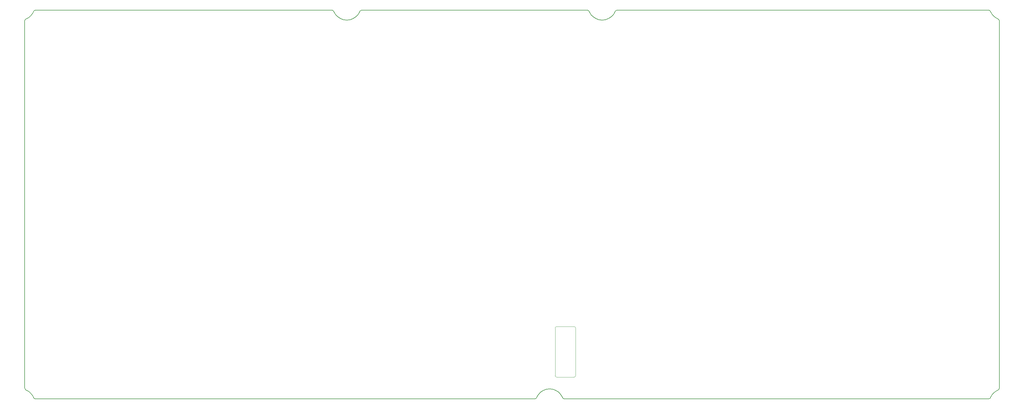
<source format=gbr>
G04 #@! TF.GenerationSoftware,KiCad,Pcbnew,(5.1.7)-1*
G04 #@! TF.CreationDate,2020-11-05T17:29:56+01:00*
G04 #@! TF.ProjectId,isometria-75-pcb-ml,69736f6d-6574-4726-9961-2d37352d7063,rev?*
G04 #@! TF.SameCoordinates,Original*
G04 #@! TF.FileFunction,Profile,NP*
%FSLAX46Y46*%
G04 Gerber Fmt 4.6, Leading zero omitted, Abs format (unit mm)*
G04 Created by KiCad (PCBNEW (5.1.7)-1) date 2020-11-05 17:29:56*
%MOMM*%
%LPD*%
G01*
G04 APERTURE LIST*
G04 #@! TA.AperFunction,Profile*
%ADD10C,0.050000*%
G04 #@! TD*
G04 #@! TA.AperFunction,Profile*
%ADD11C,0.200000*%
G04 #@! TD*
G04 APERTURE END LIST*
D10*
X158500000Y-91420000D02*
G75*
G02*
X159000000Y-90920000I500000J0D01*
G01*
X158500000Y-106420000D02*
X158500000Y-91420000D01*
X164500000Y-106920000D02*
X159000000Y-106920000D01*
X165000000Y-91420000D02*
X165000000Y-106420000D01*
X159000000Y-90920000D02*
X164500000Y-90920000D01*
X159000000Y-106920000D02*
G75*
G02*
X158500000Y-106420000I0J500000D01*
G01*
X165000000Y-106420000D02*
G75*
G02*
X164500000Y-106920000I-500000J0D01*
G01*
X164500000Y-90920000D02*
G75*
G02*
X165000000Y-91420000I0J-500000D01*
G01*
D11*
X295458275Y9185821D02*
X178221921Y9185821D01*
X178221921Y9185821D02*
X178007334Y9158325D01*
X178007334Y9158325D02*
X177810387Y9079559D01*
X177810387Y9079559D02*
X177639663Y8955102D01*
X177639663Y8955102D02*
X177503742Y8790533D01*
X177503742Y8790533D02*
X177445001Y8680633D01*
X299002607Y-110269863D02*
X299002607Y5641494D01*
X96694999Y8680633D02*
X96551030Y8385913D01*
X96551030Y8385913D02*
X96387472Y8105270D01*
X96387472Y8105270D02*
X96205373Y7839384D01*
X96205373Y7839384D02*
X96005780Y7588937D01*
X96005780Y7588937D02*
X95789742Y7354611D01*
X95789742Y7354611D02*
X95558306Y7137086D01*
X95558306Y7137086D02*
X95312521Y6937045D01*
X95312521Y6937045D02*
X95053433Y6755167D01*
X95053433Y6755167D02*
X94782091Y6592136D01*
X94782091Y6592136D02*
X94499542Y6448631D01*
X94499542Y6448631D02*
X94206835Y6325335D01*
X94206835Y6325335D02*
X93905017Y6222928D01*
X93905017Y6222928D02*
X93595136Y6142092D01*
X93595136Y6142092D02*
X93278240Y6083509D01*
X93278240Y6083509D02*
X92955377Y6047859D01*
X92955377Y6047859D02*
X92627594Y6035825D01*
X-6480000Y-113309000D02*
X-6367816Y-113493978D01*
X-6367816Y-113493978D02*
X-6215927Y-113642035D01*
X-6215927Y-113642035D02*
X-6032914Y-113747589D01*
X-6032914Y-113747589D02*
X-5827359Y-113805062D01*
X-5827359Y-113805062D02*
X-5703080Y-113814169D01*
X298497411Y-111046759D02*
X298682392Y-110934582D01*
X298682392Y-110934582D02*
X298830453Y-110782700D01*
X298830453Y-110782700D02*
X298936014Y-110599693D01*
X298936014Y-110599693D02*
X298993495Y-110394141D01*
X298993495Y-110394141D02*
X299002607Y-110269863D01*
X-5703080Y-113814169D02*
X151908267Y-113814169D01*
X152685187Y-113309000D02*
X152829155Y-113014280D01*
X152829155Y-113014280D02*
X152992713Y-112733636D01*
X152992713Y-112733636D02*
X153174812Y-112467750D01*
X153174812Y-112467750D02*
X153374404Y-112217303D01*
X153374404Y-112217303D02*
X153590442Y-111982976D01*
X153590442Y-111982976D02*
X153821878Y-111765451D01*
X153821878Y-111765451D02*
X154067664Y-111565409D01*
X154067664Y-111565409D02*
X154326752Y-111383532D01*
X154326752Y-111383532D02*
X154598094Y-111220500D01*
X154598094Y-111220500D02*
X154880643Y-111076995D01*
X154880643Y-111076995D02*
X155173350Y-110953698D01*
X155173350Y-110953698D02*
X155475168Y-110851291D01*
X155475168Y-110851291D02*
X155785050Y-110770455D01*
X155785050Y-110770455D02*
X156101946Y-110711872D01*
X156101946Y-110711872D02*
X156424810Y-110676222D01*
X156424810Y-110676222D02*
X156752594Y-110664188D01*
X168533268Y9185821D02*
X97471921Y9185821D01*
X-8742218Y-111046759D02*
X-8555543Y-111134842D01*
X-8555543Y-111134842D02*
X-8373837Y-111231103D01*
X-8373837Y-111231103D02*
X-8197329Y-111335312D01*
X-8197329Y-111335312D02*
X-8026248Y-111447239D01*
X-8026248Y-111447239D02*
X-7860823Y-111566655D01*
X-7860823Y-111566655D02*
X-7701284Y-111693332D01*
X-7701284Y-111693332D02*
X-7547859Y-111827040D01*
X-7547859Y-111827040D02*
X-7400778Y-111967550D01*
X-7400778Y-111967550D02*
X-7260269Y-112114633D01*
X-7260269Y-112114633D02*
X-7126563Y-112268059D01*
X-7126563Y-112268059D02*
X-6999888Y-112427600D01*
X-6999888Y-112427600D02*
X-6880473Y-112593026D01*
X-6880473Y-112593026D02*
X-6768547Y-112764108D01*
X-6768547Y-112764108D02*
X-6664340Y-112940617D01*
X-6664340Y-112940617D02*
X-6568082Y-113122324D01*
X-6568082Y-113122324D02*
X-6480000Y-113309000D01*
X177445001Y8680633D02*
X177301032Y8385913D01*
X177301032Y8385913D02*
X177137474Y8105269D01*
X177137474Y8105269D02*
X176955375Y7839383D01*
X176955375Y7839383D02*
X176755783Y7588936D01*
X176755783Y7588936D02*
X176539745Y7354610D01*
X176539745Y7354610D02*
X176308309Y7137085D01*
X176308309Y7137085D02*
X176062524Y6937043D01*
X176062524Y6937043D02*
X175803436Y6755165D01*
X175803436Y6755165D02*
X175532094Y6592133D01*
X175532094Y6592133D02*
X175249545Y6448628D01*
X175249545Y6448628D02*
X174956838Y6325332D01*
X174956838Y6325332D02*
X174655019Y6222925D01*
X174655019Y6222925D02*
X174345138Y6142089D01*
X174345138Y6142089D02*
X174028242Y6083506D01*
X174028242Y6083506D02*
X173705378Y6047856D01*
X173705378Y6047856D02*
X173377595Y6035822D01*
X-9247406Y-110269863D02*
X-9219906Y-110484444D01*
X-9219906Y-110484444D02*
X-9141137Y-110681384D01*
X-9141137Y-110681384D02*
X-9016681Y-110852103D01*
X-9016681Y-110852103D02*
X-8852116Y-110988019D01*
X-8852116Y-110988019D02*
X-8742218Y-111046759D01*
X97471921Y9185821D02*
X97257333Y9158326D01*
X97257333Y9158326D02*
X97060386Y9079560D01*
X97060386Y9079560D02*
X96889661Y8955102D01*
X96889661Y8955102D02*
X96753740Y8790534D01*
X96753740Y8790534D02*
X96694999Y8680633D01*
X298497411Y6418417D02*
X298310737Y6506499D01*
X298310737Y6506499D02*
X298129032Y6602759D01*
X298129032Y6602759D02*
X297952525Y6706966D01*
X297952525Y6706966D02*
X297781445Y6818892D01*
X297781445Y6818892D02*
X297616021Y6938307D01*
X297616021Y6938307D02*
X297456482Y7064982D01*
X297456482Y7064982D02*
X297303057Y7198689D01*
X297303057Y7198689D02*
X297155977Y7339197D01*
X297155977Y7339197D02*
X297015468Y7486278D01*
X297015468Y7486278D02*
X296881762Y7639703D01*
X296881762Y7639703D02*
X296755087Y7799242D01*
X296755087Y7799242D02*
X296635672Y7964666D01*
X296635672Y7964666D02*
X296523746Y8135747D01*
X296523746Y8135747D02*
X296419539Y8312254D01*
X296419539Y8312254D02*
X296323279Y8493959D01*
X296323279Y8493959D02*
X296235197Y8680633D01*
X296235197Y-113309000D02*
X296323278Y-113122324D01*
X296323278Y-113122324D02*
X296419537Y-112940617D01*
X296419537Y-112940617D02*
X296523744Y-112764108D01*
X296523744Y-112764108D02*
X296635669Y-112593026D01*
X296635669Y-112593026D02*
X296755084Y-112427600D01*
X296755084Y-112427600D02*
X296881759Y-112268060D01*
X296881759Y-112268060D02*
X297015465Y-112114634D01*
X297015465Y-112114634D02*
X297155973Y-111967551D01*
X297155973Y-111967551D02*
X297303054Y-111827041D01*
X297303054Y-111827041D02*
X297456479Y-111693333D01*
X297456479Y-111693333D02*
X297616018Y-111566656D01*
X297616018Y-111566656D02*
X297781442Y-111447239D01*
X297781442Y-111447239D02*
X297952523Y-111335312D01*
X297952523Y-111335312D02*
X298129031Y-111231103D01*
X298129031Y-111231103D02*
X298310736Y-111134843D01*
X298310736Y-111134843D02*
X298497411Y-111046759D01*
X-8742218Y6418417D02*
X-8927202Y6306235D01*
X-8927202Y6306235D02*
X-9075263Y6154347D01*
X-9075263Y6154347D02*
X-9180822Y5971333D01*
X-9180822Y5971333D02*
X-9238298Y5765775D01*
X-9238298Y5765775D02*
X-9247406Y5641494D01*
X87783266Y9185821D02*
X-5703080Y9185821D01*
X161596920Y-113814169D02*
X295458275Y-113814169D01*
X156752594Y-110664188D02*
X157080377Y-110676222D01*
X157080377Y-110676222D02*
X157403241Y-110711872D01*
X157403241Y-110711872D02*
X157720137Y-110770455D01*
X157720137Y-110770455D02*
X158030018Y-110851291D01*
X158030018Y-110851291D02*
X158331837Y-110953698D01*
X158331837Y-110953698D02*
X158624544Y-111076995D01*
X158624544Y-111076995D02*
X158907093Y-111220500D01*
X158907093Y-111220500D02*
X159178435Y-111383532D01*
X159178435Y-111383532D02*
X159437523Y-111565409D01*
X159437523Y-111565409D02*
X159683308Y-111765451D01*
X159683308Y-111765451D02*
X159914744Y-111982976D01*
X159914744Y-111982976D02*
X160130782Y-112217303D01*
X160130782Y-112217303D02*
X160330374Y-112467750D01*
X160330374Y-112467750D02*
X160512473Y-112733636D01*
X160512473Y-112733636D02*
X160676031Y-113014280D01*
X160676031Y-113014280D02*
X160820000Y-113309000D01*
X-5703080Y9185821D02*
X-5917666Y9158325D01*
X-5917666Y9158325D02*
X-6114613Y9079559D01*
X-6114613Y9079559D02*
X-6285337Y8955102D01*
X-6285337Y8955102D02*
X-6421258Y8790533D01*
X-6421258Y8790533D02*
X-6480000Y8680633D01*
X169310188Y8680633D02*
X169198007Y8865616D01*
X169198007Y8865616D02*
X169046119Y9013677D01*
X169046119Y9013677D02*
X168863106Y9119236D01*
X168863106Y9119236D02*
X168657549Y9176712D01*
X168657549Y9176712D02*
X168533268Y9185821D01*
X-9247406Y5641494D02*
X-9247406Y-110269863D01*
X295458275Y-113814169D02*
X295672860Y-113786676D01*
X295672860Y-113786676D02*
X295869805Y-113707914D01*
X295869805Y-113707914D02*
X296040530Y-113583461D01*
X296040530Y-113583461D02*
X296176454Y-113418898D01*
X296176454Y-113418898D02*
X296235197Y-113309000D01*
X151908267Y-113814169D02*
X152122851Y-113786676D01*
X152122851Y-113786676D02*
X152319796Y-113707913D01*
X152319796Y-113707913D02*
X152490521Y-113583460D01*
X152490521Y-113583460D02*
X152626444Y-113418897D01*
X152626444Y-113418897D02*
X152685187Y-113309000D01*
X88560188Y8680633D02*
X88448006Y8865617D01*
X88448006Y8865617D02*
X88296118Y9013678D01*
X88296118Y9013678D02*
X88113104Y9119237D01*
X88113104Y9119237D02*
X87907547Y9176713D01*
X87907547Y9176713D02*
X87783266Y9185821D01*
X92627594Y6035825D02*
X92299810Y6047859D01*
X92299810Y6047859D02*
X91976947Y6083509D01*
X91976947Y6083509D02*
X91660050Y6142092D01*
X91660050Y6142092D02*
X91350169Y6222928D01*
X91350169Y6222928D02*
X91048351Y6325335D01*
X91048351Y6325335D02*
X90755644Y6448631D01*
X90755644Y6448631D02*
X90473095Y6592136D01*
X90473095Y6592136D02*
X90201753Y6755167D01*
X90201753Y6755167D02*
X89942666Y6937045D01*
X89942666Y6937045D02*
X89696880Y7137086D01*
X89696880Y7137086D02*
X89465444Y7354611D01*
X89465444Y7354611D02*
X89249406Y7588937D01*
X89249406Y7588937D02*
X89049813Y7839384D01*
X89049813Y7839384D02*
X88867714Y8105270D01*
X88867714Y8105270D02*
X88704156Y8385913D01*
X88704156Y8385913D02*
X88560188Y8680633D01*
X173377595Y6035822D02*
X173049811Y6047856D01*
X173049811Y6047856D02*
X172726947Y6083506D01*
X172726947Y6083506D02*
X172410051Y6142089D01*
X172410051Y6142089D02*
X172100170Y6222925D01*
X172100170Y6222925D02*
X171798351Y6325332D01*
X171798351Y6325332D02*
X171505644Y6448628D01*
X171505644Y6448628D02*
X171223095Y6592133D01*
X171223095Y6592133D02*
X170951753Y6755165D01*
X170951753Y6755165D02*
X170692665Y6937043D01*
X170692665Y6937043D02*
X170446879Y7137085D01*
X170446879Y7137085D02*
X170215444Y7354610D01*
X170215444Y7354610D02*
X169999406Y7588936D01*
X169999406Y7588936D02*
X169799813Y7839383D01*
X169799813Y7839383D02*
X169617714Y8105269D01*
X169617714Y8105269D02*
X169454156Y8385913D01*
X169454156Y8385913D02*
X169310188Y8680633D01*
X-6480000Y8680633D02*
X-6568082Y8493959D01*
X-6568082Y8493959D02*
X-6664342Y8312254D01*
X-6664342Y8312254D02*
X-6768549Y8135747D01*
X-6768549Y8135747D02*
X-6880475Y7964666D01*
X-6880475Y7964666D02*
X-6999891Y7799242D01*
X-6999891Y7799242D02*
X-7126566Y7639703D01*
X-7126566Y7639703D02*
X-7260273Y7486278D01*
X-7260273Y7486278D02*
X-7400781Y7339197D01*
X-7400781Y7339197D02*
X-7547862Y7198689D01*
X-7547862Y7198689D02*
X-7701287Y7064982D01*
X-7701287Y7064982D02*
X-7860826Y6938307D01*
X-7860826Y6938307D02*
X-8026251Y6818892D01*
X-8026251Y6818892D02*
X-8197331Y6706966D01*
X-8197331Y6706966D02*
X-8373838Y6602759D01*
X-8373838Y6602759D02*
X-8555544Y6506499D01*
X-8555544Y6506499D02*
X-8742218Y6418417D01*
X299002607Y5641494D02*
X298975110Y5856082D01*
X298975110Y5856082D02*
X298896342Y6053029D01*
X298896342Y6053029D02*
X298771883Y6223754D01*
X298771883Y6223754D02*
X298607313Y6359676D01*
X298607313Y6359676D02*
X298497411Y6418417D01*
X296235197Y8680633D02*
X296123015Y8865617D01*
X296123015Y8865617D02*
X295971127Y9013678D01*
X295971127Y9013678D02*
X295788113Y9119237D01*
X295788113Y9119237D02*
X295582556Y9176713D01*
X295582556Y9176713D02*
X295458275Y9185821D01*
X160820000Y-113309000D02*
X160932183Y-113493978D01*
X160932183Y-113493978D02*
X161084072Y-113642034D01*
X161084072Y-113642034D02*
X161267085Y-113747589D01*
X161267085Y-113747589D02*
X161472640Y-113805062D01*
X161472640Y-113805062D02*
X161596920Y-113814169D01*
M02*

</source>
